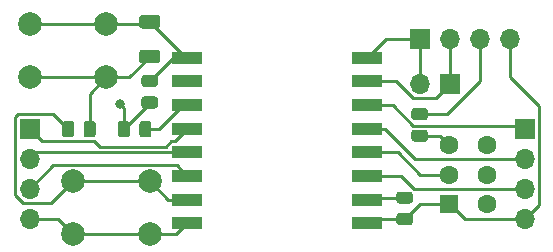
<source format=gtl>
%TF.GenerationSoftware,KiCad,Pcbnew,(5.1.9-0-10_14)*%
%TF.CreationDate,2021-03-23T08:31:54+08:00*%
%TF.ProjectId,Kernel,4b65726e-656c-42e6-9b69-6361645f7063,rev?*%
%TF.SameCoordinates,Original*%
%TF.FileFunction,Copper,L1,Top*%
%TF.FilePolarity,Positive*%
%FSLAX46Y46*%
G04 Gerber Fmt 4.6, Leading zero omitted, Abs format (unit mm)*
G04 Created by KiCad (PCBNEW (5.1.9-0-10_14)) date 2021-03-23 08:31:54*
%MOMM*%
%LPD*%
G01*
G04 APERTURE LIST*
%TA.AperFunction,SMDPad,CuDef*%
%ADD10R,2.500000X1.000000*%
%TD*%
%TA.AperFunction,ComponentPad*%
%ADD11O,1.700000X1.700000*%
%TD*%
%TA.AperFunction,ComponentPad*%
%ADD12R,1.700000X1.700000*%
%TD*%
%TA.AperFunction,ComponentPad*%
%ADD13C,2.000000*%
%TD*%
%TA.AperFunction,ComponentPad*%
%ADD14C,1.600000*%
%TD*%
%TA.AperFunction,ComponentPad*%
%ADD15R,1.600000X1.600000*%
%TD*%
%TA.AperFunction,ViaPad*%
%ADD16C,0.800000*%
%TD*%
%TA.AperFunction,Conductor*%
%ADD17C,0.250000*%
%TD*%
G04 APERTURE END LIST*
D10*
%TO.P,U1,1*%
%TO.N,RST*%
X89555000Y-39680000D03*
%TO.P,U1,2*%
%TO.N,Net-(U1-Pad2)*%
X89555000Y-41680000D03*
%TO.P,U1,3*%
%TO.N,EN*%
X89555000Y-43680000D03*
%TO.P,U1,4*%
%TO.N,IO16*%
X89555000Y-45680000D03*
%TO.P,U1,5*%
%TO.N,IO14*%
X89555000Y-47680000D03*
%TO.P,U1,6*%
%TO.N,IO12*%
X89555000Y-49680000D03*
%TO.P,U1,7*%
%TO.N,IO13*%
X89555000Y-51680000D03*
%TO.P,U1,8*%
%TO.N,+3V3*%
X89555000Y-53680000D03*
%TO.P,U1,9*%
%TO.N,GND*%
X104755000Y-53680000D03*
%TO.P,U1,10*%
%TO.N,IO15*%
X104755000Y-51680000D03*
%TO.P,U1,11*%
%TO.N,IO2*%
X104755000Y-49680000D03*
%TO.P,U1,12*%
%TO.N,IO0*%
X104755000Y-47680000D03*
%TO.P,U1,13*%
%TO.N,IO4*%
X104755000Y-45680000D03*
%TO.P,U1,14*%
%TO.N,IO5*%
X104755000Y-43680000D03*
%TO.P,U1,15*%
%TO.N,RXD*%
X104755000Y-41680000D03*
%TO.P,U1,16*%
%TO.N,TXD*%
X104755000Y-39680000D03*
%TD*%
D11*
%TO.P,J4,2*%
%TO.N,TXD*%
X109220000Y-41910000D03*
D12*
%TO.P,J4,1*%
%TO.N,RXD*%
X111760000Y-41910000D03*
%TD*%
D13*
%TO.P,SW3,1*%
%TO.N,+3V3*%
X79860000Y-54610000D03*
%TO.P,SW3,2*%
%TO.N,IO13*%
X79860000Y-50110000D03*
%TO.P,SW3,1*%
%TO.N,+3V3*%
X86360000Y-54610000D03*
%TO.P,SW3,2*%
%TO.N,IO13*%
X86360000Y-50110000D03*
%TD*%
%TO.P,SW2,1*%
%TO.N,RST*%
X82700000Y-36830000D03*
%TO.P,SW2,2*%
%TO.N,GND*%
X82700000Y-41330000D03*
%TO.P,SW2,1*%
%TO.N,RST*%
X76200000Y-36830000D03*
%TO.P,SW2,2*%
%TO.N,GND*%
X76200000Y-41330000D03*
%TD*%
D11*
%TO.P,J1,4*%
%TO.N,GND*%
X116840000Y-38100000D03*
%TO.P,J1,3*%
%TO.N,+3V3*%
X114300000Y-38100000D03*
%TO.P,J1,2*%
%TO.N,RXD*%
X111760000Y-38100000D03*
D12*
%TO.P,J1,1*%
%TO.N,TXD*%
X109220000Y-38100000D03*
%TD*%
%TO.P,R5,2*%
%TO.N,IO13*%
%TA.AperFunction,SMDPad,CuDef*%
G36*
G01*
X79967500Y-45269998D02*
X79967500Y-46170002D01*
G75*
G02*
X79717502Y-46420000I-249998J0D01*
G01*
X79192498Y-46420000D01*
G75*
G02*
X78942500Y-46170002I0J249998D01*
G01*
X78942500Y-45269998D01*
G75*
G02*
X79192498Y-45020000I249998J0D01*
G01*
X79717502Y-45020000D01*
G75*
G02*
X79967500Y-45269998I0J-249998D01*
G01*
G37*
%TD.AperFunction*%
%TO.P,R5,1*%
%TO.N,GND*%
%TA.AperFunction,SMDPad,CuDef*%
G36*
G01*
X81792500Y-45269998D02*
X81792500Y-46170002D01*
G75*
G02*
X81542502Y-46420000I-249998J0D01*
G01*
X81017498Y-46420000D01*
G75*
G02*
X80767500Y-46170002I0J249998D01*
G01*
X80767500Y-45269998D01*
G75*
G02*
X81017498Y-45020000I249998J0D01*
G01*
X81542502Y-45020000D01*
G75*
G02*
X81792500Y-45269998I0J-249998D01*
G01*
G37*
%TD.AperFunction*%
%TD*%
D11*
%TO.P,J3,4*%
%TO.N,GND*%
X118110000Y-53340000D03*
%TO.P,J3,3*%
%TO.N,IO2*%
X118110000Y-50800000D03*
%TO.P,J3,2*%
%TO.N,IO4*%
X118110000Y-48260000D03*
D12*
%TO.P,J3,1*%
%TO.N,IO5*%
X118110000Y-45720000D03*
%TD*%
D11*
%TO.P,J2,4*%
%TO.N,+3V3*%
X76200000Y-53340000D03*
%TO.P,J2,3*%
%TO.N,IO12*%
X76200000Y-50800000D03*
%TO.P,J2,2*%
%TO.N,IO14*%
X76200000Y-48260000D03*
D12*
%TO.P,J2,1*%
%TO.N,IO16*%
X76200000Y-45720000D03*
%TD*%
D14*
%TO.P,SW1,6*%
%TO.N,N/C*%
X114935000Y-47070000D03*
%TO.P,SW1,5*%
X114935000Y-49570000D03*
%TO.P,SW1,4*%
X114935000Y-52070000D03*
%TO.P,SW1,3*%
%TO.N,Net-(R1-Pad2)*%
X111735000Y-47070000D03*
%TO.P,SW1,2*%
%TO.N,IO0*%
X111735000Y-49570000D03*
D15*
%TO.P,SW1,1*%
%TO.N,GND*%
X111735000Y-52070000D03*
%TD*%
%TO.P,R4,2*%
%TO.N,+3V3*%
%TA.AperFunction,SMDPad,CuDef*%
G36*
G01*
X85909998Y-42945000D02*
X86810002Y-42945000D01*
G75*
G02*
X87060000Y-43194998I0J-249998D01*
G01*
X87060000Y-43720002D01*
G75*
G02*
X86810002Y-43970000I-249998J0D01*
G01*
X85909998Y-43970000D01*
G75*
G02*
X85660000Y-43720002I0J249998D01*
G01*
X85660000Y-43194998D01*
G75*
G02*
X85909998Y-42945000I249998J0D01*
G01*
G37*
%TD.AperFunction*%
%TO.P,R4,1*%
%TO.N,RST*%
%TA.AperFunction,SMDPad,CuDef*%
G36*
G01*
X85909998Y-41120000D02*
X86810002Y-41120000D01*
G75*
G02*
X87060000Y-41369998I0J-249998D01*
G01*
X87060000Y-41895002D01*
G75*
G02*
X86810002Y-42145000I-249998J0D01*
G01*
X85909998Y-42145000D01*
G75*
G02*
X85660000Y-41895002I0J249998D01*
G01*
X85660000Y-41369998D01*
G75*
G02*
X85909998Y-41120000I249998J0D01*
G01*
G37*
%TD.AperFunction*%
%TD*%
%TO.P,R3,2*%
%TO.N,EN*%
%TA.AperFunction,SMDPad,CuDef*%
G36*
G01*
X85490000Y-46170002D02*
X85490000Y-45269998D01*
G75*
G02*
X85739998Y-45020000I249998J0D01*
G01*
X86265002Y-45020000D01*
G75*
G02*
X86515000Y-45269998I0J-249998D01*
G01*
X86515000Y-46170002D01*
G75*
G02*
X86265002Y-46420000I-249998J0D01*
G01*
X85739998Y-46420000D01*
G75*
G02*
X85490000Y-46170002I0J249998D01*
G01*
G37*
%TD.AperFunction*%
%TO.P,R3,1*%
%TO.N,+3V3*%
%TA.AperFunction,SMDPad,CuDef*%
G36*
G01*
X83665000Y-46170002D02*
X83665000Y-45269998D01*
G75*
G02*
X83914998Y-45020000I249998J0D01*
G01*
X84440002Y-45020000D01*
G75*
G02*
X84690000Y-45269998I0J-249998D01*
G01*
X84690000Y-46170002D01*
G75*
G02*
X84440002Y-46420000I-249998J0D01*
G01*
X83914998Y-46420000D01*
G75*
G02*
X83665000Y-46170002I0J249998D01*
G01*
G37*
%TD.AperFunction*%
%TD*%
%TO.P,R2,2*%
%TO.N,IO15*%
%TA.AperFunction,SMDPad,CuDef*%
G36*
G01*
X108400002Y-52027500D02*
X107499998Y-52027500D01*
G75*
G02*
X107250000Y-51777502I0J249998D01*
G01*
X107250000Y-51252498D01*
G75*
G02*
X107499998Y-51002500I249998J0D01*
G01*
X108400002Y-51002500D01*
G75*
G02*
X108650000Y-51252498I0J-249998D01*
G01*
X108650000Y-51777502D01*
G75*
G02*
X108400002Y-52027500I-249998J0D01*
G01*
G37*
%TD.AperFunction*%
%TO.P,R2,1*%
%TO.N,GND*%
%TA.AperFunction,SMDPad,CuDef*%
G36*
G01*
X108400002Y-53852500D02*
X107499998Y-53852500D01*
G75*
G02*
X107250000Y-53602502I0J249998D01*
G01*
X107250000Y-53077498D01*
G75*
G02*
X107499998Y-52827500I249998J0D01*
G01*
X108400002Y-52827500D01*
G75*
G02*
X108650000Y-53077498I0J-249998D01*
G01*
X108650000Y-53602502D01*
G75*
G02*
X108400002Y-53852500I-249998J0D01*
G01*
G37*
%TD.AperFunction*%
%TD*%
%TO.P,R1,2*%
%TO.N,Net-(R1-Pad2)*%
%TA.AperFunction,SMDPad,CuDef*%
G36*
G01*
X108769998Y-45762500D02*
X109670002Y-45762500D01*
G75*
G02*
X109920000Y-46012498I0J-249998D01*
G01*
X109920000Y-46537502D01*
G75*
G02*
X109670002Y-46787500I-249998J0D01*
G01*
X108769998Y-46787500D01*
G75*
G02*
X108520000Y-46537502I0J249998D01*
G01*
X108520000Y-46012498D01*
G75*
G02*
X108769998Y-45762500I249998J0D01*
G01*
G37*
%TD.AperFunction*%
%TO.P,R1,1*%
%TO.N,+3V3*%
%TA.AperFunction,SMDPad,CuDef*%
G36*
G01*
X108769998Y-43937500D02*
X109670002Y-43937500D01*
G75*
G02*
X109920000Y-44187498I0J-249998D01*
G01*
X109920000Y-44712502D01*
G75*
G02*
X109670002Y-44962500I-249998J0D01*
G01*
X108769998Y-44962500D01*
G75*
G02*
X108520000Y-44712502I0J249998D01*
G01*
X108520000Y-44187498D01*
G75*
G02*
X108769998Y-43937500I249998J0D01*
G01*
G37*
%TD.AperFunction*%
%TD*%
%TO.P,C1,2*%
%TO.N,RST*%
%TA.AperFunction,SMDPad,CuDef*%
G36*
G01*
X87010001Y-37200000D02*
X85709999Y-37200000D01*
G75*
G02*
X85460000Y-36950001I0J249999D01*
G01*
X85460000Y-36299999D01*
G75*
G02*
X85709999Y-36050000I249999J0D01*
G01*
X87010001Y-36050000D01*
G75*
G02*
X87260000Y-36299999I0J-249999D01*
G01*
X87260000Y-36950001D01*
G75*
G02*
X87010001Y-37200000I-249999J0D01*
G01*
G37*
%TD.AperFunction*%
%TO.P,C1,1*%
%TO.N,GND*%
%TA.AperFunction,SMDPad,CuDef*%
G36*
G01*
X87010001Y-40150000D02*
X85709999Y-40150000D01*
G75*
G02*
X85460000Y-39900001I0J249999D01*
G01*
X85460000Y-39249999D01*
G75*
G02*
X85709999Y-39000000I249999J0D01*
G01*
X87010001Y-39000000D01*
G75*
G02*
X87260000Y-39249999I0J-249999D01*
G01*
X87260000Y-39900001D01*
G75*
G02*
X87010001Y-40150000I-249999J0D01*
G01*
G37*
%TD.AperFunction*%
%TD*%
D16*
%TO.N,+3V3*%
X83820000Y-43561000D03*
%TD*%
D17*
%TO.N,EN*%
X89312500Y-43680000D02*
X89555000Y-43680000D01*
X89219998Y-43680000D02*
X89555000Y-43680000D01*
X87179998Y-45720000D02*
X89219998Y-43680000D01*
X86002500Y-45720000D02*
X87179998Y-45720000D01*
%TO.N,+3V3*%
X78590000Y-53340000D02*
X79860000Y-54610000D01*
X76200000Y-53340000D02*
X78590000Y-53340000D01*
X79860000Y-54610000D02*
X86360000Y-54610000D01*
X88625000Y-54610000D02*
X89555000Y-53680000D01*
X86360000Y-54610000D02*
X88625000Y-54610000D01*
X114300000Y-41655002D02*
X114300000Y-38100000D01*
X111505002Y-44450000D02*
X114300000Y-41655002D01*
X109220000Y-44450000D02*
X111505002Y-44450000D01*
X86360000Y-43537500D02*
X86360000Y-43457500D01*
X84177500Y-45720000D02*
X86360000Y-43537500D01*
X84177500Y-43918500D02*
X83820000Y-43561000D01*
X84177500Y-45720000D02*
X84177500Y-43918500D01*
%TO.N,GND*%
X109220000Y-52070000D02*
X107950000Y-53340000D01*
X111760000Y-52070000D02*
X109220000Y-52070000D01*
X105095000Y-53340000D02*
X104755000Y-53680000D01*
X107950000Y-53340000D02*
X105095000Y-53340000D01*
X113030000Y-53340000D02*
X111760000Y-52070000D01*
X118110000Y-53340000D02*
X113030000Y-53340000D01*
X119285001Y-52164999D02*
X119285001Y-43720001D01*
X118110000Y-53340000D02*
X119285001Y-52164999D01*
X116840000Y-41275000D02*
X119285001Y-43720001D01*
X116840000Y-38100000D02*
X116840000Y-41275000D01*
X82700000Y-41330000D02*
X76650009Y-41330000D01*
X84605000Y-41330000D02*
X86360000Y-39575000D01*
X82700000Y-41330000D02*
X84605000Y-41330000D01*
X81280000Y-42750000D02*
X82700000Y-41330000D01*
X81280000Y-45720000D02*
X81280000Y-42750000D01*
%TO.N,IO15*%
X104920000Y-51515000D02*
X104755000Y-51680000D01*
X107950000Y-51515000D02*
X104920000Y-51515000D01*
%TO.N,IO0*%
X111760000Y-49570000D02*
X109260000Y-49570000D01*
X107370000Y-47680000D02*
X104755000Y-47680000D01*
X109260000Y-49570000D02*
X107370000Y-47680000D01*
%TO.N,RXD*%
X110584999Y-43085001D02*
X111760000Y-41910000D01*
X108655999Y-43085001D02*
X110584999Y-43085001D01*
X107250998Y-41680000D02*
X108655999Y-43085001D01*
X104755000Y-41680000D02*
X107250998Y-41680000D01*
X111760000Y-41910000D02*
X111760000Y-38100000D01*
%TO.N,TXD*%
X106335000Y-38100000D02*
X104755000Y-39680000D01*
X109220000Y-38100000D02*
X106335000Y-38100000D01*
X109220000Y-41910000D02*
X109220000Y-38100000D01*
%TO.N,Net-(R1-Pad2)*%
X110940000Y-46275000D02*
X111735000Y-47070000D01*
X109220000Y-46275000D02*
X110940000Y-46275000D01*
%TO.N,RST*%
X88947500Y-39680000D02*
X89555000Y-39680000D01*
X89415000Y-39680000D02*
X89555000Y-39680000D01*
X86360000Y-36625000D02*
X89415000Y-39680000D01*
X76200000Y-36830000D02*
X82700000Y-36830000D01*
X86155000Y-36830000D02*
X86360000Y-36625000D01*
X82700000Y-36830000D02*
X86155000Y-36830000D01*
X88312500Y-39680000D02*
X89555000Y-39680000D01*
X86360000Y-41632500D02*
X88312500Y-39680000D01*
%TO.N,IO12*%
X88659999Y-48784999D02*
X89555000Y-49680000D01*
X78215001Y-48784999D02*
X88659999Y-48784999D01*
X76200000Y-50800000D02*
X78215001Y-48784999D01*
%TO.N,IO14*%
X76200000Y-48260000D02*
X76200000Y-48411002D01*
X76780000Y-47680000D02*
X76200000Y-48260000D01*
X89555000Y-47680000D02*
X76780000Y-47680000D01*
%TO.N,IO16*%
X88489990Y-46745010D02*
X89555000Y-45680000D01*
X76200000Y-45720000D02*
X77225010Y-46745010D01*
X88154988Y-46745010D02*
X88489990Y-46745010D01*
X87704978Y-47195020D02*
X88154988Y-46745010D01*
X82118610Y-47195020D02*
X87704978Y-47195020D01*
X81668600Y-46745010D02*
X82118610Y-47195020D01*
X77225010Y-46745010D02*
X81668600Y-46745010D01*
%TO.N,IO2*%
X107640690Y-49680000D02*
X104755000Y-49680000D01*
X108760690Y-50800000D02*
X107640690Y-49680000D01*
X118110000Y-50800000D02*
X108760690Y-50800000D01*
%TO.N,IO4*%
X108835000Y-48260000D02*
X118110000Y-48260000D01*
X106255000Y-45680000D02*
X108835000Y-48260000D01*
X104755000Y-45680000D02*
X106255000Y-45680000D01*
%TO.N,IO5*%
X105090002Y-43680000D02*
X104755000Y-43680000D01*
X104755000Y-43680000D02*
X106924310Y-43680000D01*
X117827490Y-45437490D02*
X118110000Y-45720000D01*
X108681800Y-45437490D02*
X117827490Y-45437490D01*
X106924310Y-43680000D02*
X108681800Y-45437490D01*
%TO.N,IO13*%
X79455000Y-45720000D02*
X78185000Y-44450000D01*
X75184998Y-44450000D02*
X74930000Y-44704998D01*
X78185000Y-44450000D02*
X75184998Y-44450000D01*
X74930000Y-51269002D02*
X75635999Y-51975001D01*
X74930000Y-44704998D02*
X74930000Y-51269002D01*
X77994999Y-51975001D02*
X75635999Y-51975001D01*
X79860000Y-50110000D02*
X77994999Y-51975001D01*
X79860000Y-50110000D02*
X86360000Y-50110000D01*
X87930000Y-51680000D02*
X89555000Y-51680000D01*
X86360000Y-50110000D02*
X87930000Y-51680000D01*
%TD*%
M02*

</source>
